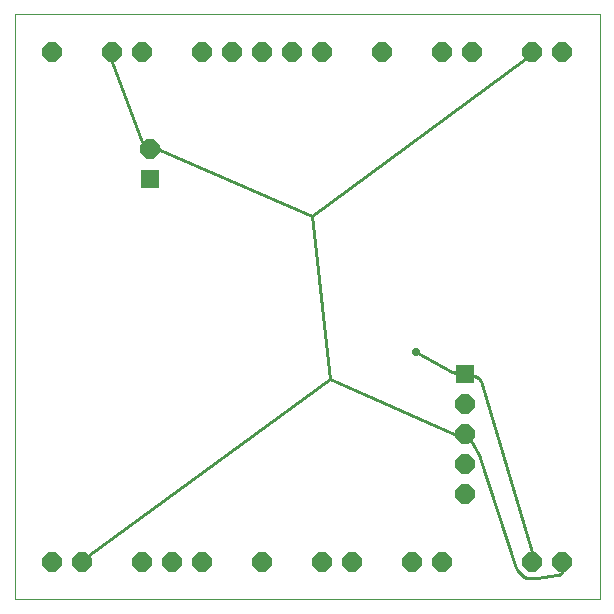
<source format=gbl>
G75*
%MOIN*%
%OFA0B0*%
%FSLAX24Y24*%
%IPPOS*%
%LPD*%
%AMOC8*
5,1,8,0,0,1.08239X$1,22.5*
%
%ADD10C,0.0000*%
%ADD11R,0.0600X0.0600*%
%ADD12OC8,0.0649*%
%ADD13C,0.0100*%
%ADD14C,0.0277*%
D10*
X000500Y000500D02*
X000500Y019996D01*
X000500Y020000D02*
X020000Y020000D01*
X020000Y019996D02*
X020000Y000500D01*
X000500Y000500D01*
D11*
X005000Y014500D03*
X015500Y008000D03*
D12*
X015500Y007000D03*
X015500Y006000D03*
X015500Y005000D03*
X015500Y004000D03*
X014750Y001750D03*
X013750Y001750D03*
X011750Y001750D03*
X010750Y001750D03*
X008750Y001750D03*
X006750Y001750D03*
X005750Y001750D03*
X004750Y001750D03*
X002750Y001750D03*
X001750Y001750D03*
X005000Y015500D03*
X004750Y018750D03*
X003750Y018750D03*
X001750Y018750D03*
X006750Y018750D03*
X007750Y018750D03*
X008750Y018750D03*
X009750Y018750D03*
X010750Y018750D03*
X012750Y018750D03*
X014750Y018750D03*
X015750Y018750D03*
X017750Y018750D03*
X018750Y018750D03*
X018750Y001750D03*
X017750Y001750D03*
D13*
X017750Y002000D01*
X017750Y002050D01*
X017745Y002086D02*
X016030Y007769D01*
X016019Y007798D01*
X016005Y007825D01*
X015987Y007850D01*
X015966Y007873D01*
X015943Y007893D01*
X015917Y007909D01*
X015890Y007923D01*
X015861Y007932D01*
X015831Y007938D01*
X015800Y007940D01*
X015750Y007940D01*
X015500Y008000D01*
X015250Y008060D01*
X015200Y008060D01*
X015086Y008089D02*
X013878Y008744D01*
X015086Y008089D02*
X015113Y008076D01*
X015141Y008067D01*
X015170Y008062D01*
X015200Y008060D01*
X015150Y006011D02*
X015166Y006005D01*
X015183Y006001D01*
X015200Y006000D01*
X015250Y006000D01*
X015500Y006000D01*
X015677Y005823D01*
X015712Y005788D01*
X015712Y005788D01*
X015734Y005758D02*
X016012Y005237D01*
X016028Y005199D02*
X017222Y001551D01*
X017280Y001456D02*
X017456Y001280D01*
X017626Y001210D02*
X017874Y001210D01*
X017906Y001212D02*
X018569Y001300D01*
X018634Y001318D02*
X018676Y001336D01*
X018694Y001346D01*
X018710Y001359D01*
X018724Y001374D01*
X018735Y001391D01*
X018743Y001410D01*
X018748Y001430D01*
X018750Y001450D01*
X018750Y001500D01*
X018750Y001750D01*
X018634Y001318D02*
X018613Y001310D01*
X018592Y001304D01*
X018569Y001300D01*
X017906Y001212D02*
X017890Y001211D01*
X017874Y001210D01*
X017626Y001210D02*
X017599Y001212D01*
X017573Y001216D01*
X017547Y001223D01*
X017522Y001234D01*
X017498Y001247D01*
X017476Y001262D01*
X017456Y001280D01*
X017280Y001456D02*
X017262Y001477D01*
X017245Y001500D01*
X017232Y001525D01*
X017222Y001551D01*
X017750Y002050D02*
X017749Y002068D01*
X017745Y002086D01*
X016028Y005199D02*
X016021Y005218D01*
X016012Y005237D01*
X015733Y005758D02*
X015724Y005774D01*
X015712Y005788D01*
X015150Y006011D02*
X010996Y007846D01*
X010398Y013276D01*
X005350Y015490D01*
X005300Y015500D02*
X005250Y015500D01*
X005000Y015500D01*
X004823Y015677D01*
X004788Y015712D01*
X004788Y015712D01*
X004759Y015756D02*
X003758Y018406D01*
X003750Y018450D02*
X003750Y018500D01*
X003750Y018750D01*
X003750Y018450D02*
X003751Y018435D01*
X003754Y018420D01*
X003758Y018406D01*
X004760Y015756D02*
X004767Y015740D01*
X004777Y015726D01*
X004788Y015712D01*
X005300Y015500D02*
X005317Y015499D01*
X005334Y015495D01*
X005350Y015490D01*
X010398Y013276D02*
X017524Y018526D01*
X017538Y018538D02*
X017573Y018573D01*
X017750Y018750D01*
X017538Y018538D02*
X017538Y018538D01*
X017523Y018526D01*
X010996Y007846D02*
X002977Y001975D01*
X002962Y001962D02*
X002962Y001962D01*
X002927Y001927D01*
X002750Y001750D01*
X002963Y001962D02*
X002977Y001974D01*
D14*
X013878Y008744D03*
M02*

</source>
